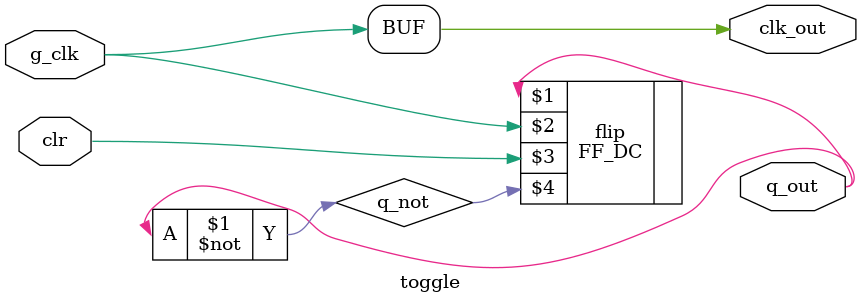
<source format=v>
module toggle(q_out, clk_out, g_clk, clr);
	input g_clk;
	input clr;
	output q_out;
	output clk_out;

	wire q_not;

	// read from the output, huh
	not(q_not, q_out);
	// Not quite sure how buf works
	buf(clk_out, g_clk);
	FF_DC flip(q_out, g_clk, clr, q_not);

endmodule


</source>
